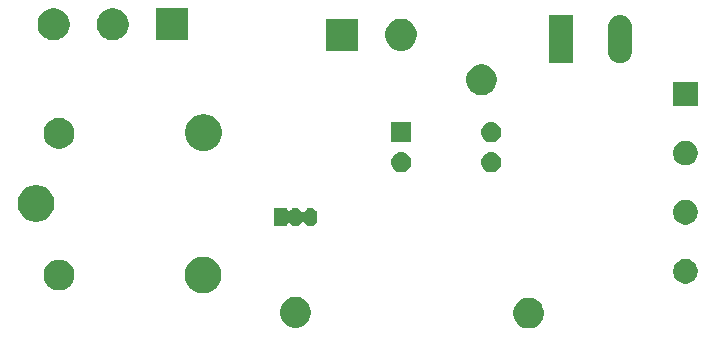
<source format=gbs>
G04 #@! TF.GenerationSoftware,KiCad,Pcbnew,(5.1.2)-1*
G04 #@! TF.CreationDate,2019-07-04T14:52:25+03:00*
G04 #@! TF.ProjectId,Elevator_FirePanel Board,456c6576-6174-46f7-925f-466972655061,rev?*
G04 #@! TF.SameCoordinates,Original*
G04 #@! TF.FileFunction,Soldermask,Bot*
G04 #@! TF.FilePolarity,Negative*
%FSLAX46Y46*%
G04 Gerber Fmt 4.6, Leading zero omitted, Abs format (unit mm)*
G04 Created by KiCad (PCBNEW (5.1.2)-1) date 2019-07-04 14:52:25*
%MOMM*%
%LPD*%
G04 APERTURE LIST*
%ADD10C,0.100000*%
G04 APERTURE END LIST*
D10*
G36*
X136142487Y-94252996D02*
G01*
X136379253Y-94351068D01*
X136379255Y-94351069D01*
X136592339Y-94493447D01*
X136773553Y-94674661D01*
X136873502Y-94824245D01*
X136915932Y-94887747D01*
X137014004Y-95124513D01*
X137064000Y-95375861D01*
X137064000Y-95632139D01*
X137014004Y-95883487D01*
X136942234Y-96056755D01*
X136915931Y-96120255D01*
X136773553Y-96333339D01*
X136592339Y-96514553D01*
X136379255Y-96656931D01*
X136379254Y-96656932D01*
X136379253Y-96656932D01*
X136142487Y-96755004D01*
X135891139Y-96805000D01*
X135634861Y-96805000D01*
X135383513Y-96755004D01*
X135146747Y-96656932D01*
X135146746Y-96656932D01*
X135146745Y-96656931D01*
X134933661Y-96514553D01*
X134752447Y-96333339D01*
X134610069Y-96120255D01*
X134583766Y-96056755D01*
X134511996Y-95883487D01*
X134462000Y-95632139D01*
X134462000Y-95375861D01*
X134511996Y-95124513D01*
X134610068Y-94887747D01*
X134652499Y-94824245D01*
X134752447Y-94674661D01*
X134933661Y-94493447D01*
X135146745Y-94351069D01*
X135146747Y-94351068D01*
X135383513Y-94252996D01*
X135634861Y-94203000D01*
X135891139Y-94203000D01*
X136142487Y-94252996D01*
X136142487Y-94252996D01*
G37*
G36*
X116393987Y-94189496D02*
G01*
X116547291Y-94252997D01*
X116630755Y-94287569D01*
X116843839Y-94429947D01*
X117025053Y-94611161D01*
X117167432Y-94824247D01*
X117265504Y-95061013D01*
X117315500Y-95312361D01*
X117315500Y-95568639D01*
X117265504Y-95819987D01*
X117167432Y-96056753D01*
X117167431Y-96056755D01*
X117025053Y-96269839D01*
X116843839Y-96451053D01*
X116630755Y-96593431D01*
X116630754Y-96593432D01*
X116630753Y-96593432D01*
X116393987Y-96691504D01*
X116142639Y-96741500D01*
X115886361Y-96741500D01*
X115635013Y-96691504D01*
X115398247Y-96593432D01*
X115398246Y-96593432D01*
X115398245Y-96593431D01*
X115185161Y-96451053D01*
X115003947Y-96269839D01*
X114861569Y-96056755D01*
X114861568Y-96056753D01*
X114763496Y-95819987D01*
X114713500Y-95568639D01*
X114713500Y-95312361D01*
X114763496Y-95061013D01*
X114861568Y-94824247D01*
X115003947Y-94611161D01*
X115185161Y-94429947D01*
X115398245Y-94287569D01*
X115481709Y-94252997D01*
X115635013Y-94189496D01*
X115886361Y-94139500D01*
X116142639Y-94139500D01*
X116393987Y-94189496D01*
X116393987Y-94189496D01*
G37*
G36*
X108496085Y-90761802D02*
G01*
X108645910Y-90791604D01*
X108928174Y-90908521D01*
X109182205Y-91078259D01*
X109398241Y-91294295D01*
X109567979Y-91548326D01*
X109684896Y-91830590D01*
X109744500Y-92130240D01*
X109744500Y-92435760D01*
X109684896Y-92735410D01*
X109567979Y-93017674D01*
X109398241Y-93271705D01*
X109182205Y-93487741D01*
X108928174Y-93657479D01*
X108645910Y-93774396D01*
X108496085Y-93804198D01*
X108346261Y-93834000D01*
X108040739Y-93834000D01*
X107890915Y-93804198D01*
X107741090Y-93774396D01*
X107458826Y-93657479D01*
X107204795Y-93487741D01*
X106988759Y-93271705D01*
X106819021Y-93017674D01*
X106702104Y-92735410D01*
X106642500Y-92435760D01*
X106642500Y-92130240D01*
X106702104Y-91830590D01*
X106819021Y-91548326D01*
X106988759Y-91294295D01*
X107204795Y-91078259D01*
X107458826Y-90908521D01*
X107741090Y-90791604D01*
X107890915Y-90761802D01*
X108040739Y-90732000D01*
X108346261Y-90732000D01*
X108496085Y-90761802D01*
X108496085Y-90761802D01*
G37*
G36*
X96372987Y-91031996D02*
G01*
X96609753Y-91130068D01*
X96609755Y-91130069D01*
X96822839Y-91272447D01*
X97004053Y-91453661D01*
X97138875Y-91655436D01*
X97146432Y-91666747D01*
X97244504Y-91903513D01*
X97294500Y-92154861D01*
X97294500Y-92411139D01*
X97244504Y-92662487D01*
X97146432Y-92899253D01*
X97146431Y-92899255D01*
X97004053Y-93112339D01*
X96822839Y-93293553D01*
X96609755Y-93435931D01*
X96609754Y-93435932D01*
X96609753Y-93435932D01*
X96372987Y-93534004D01*
X96121639Y-93584000D01*
X95865361Y-93584000D01*
X95614013Y-93534004D01*
X95377247Y-93435932D01*
X95377246Y-93435932D01*
X95377245Y-93435931D01*
X95164161Y-93293553D01*
X94982947Y-93112339D01*
X94840569Y-92899255D01*
X94840568Y-92899253D01*
X94742496Y-92662487D01*
X94692500Y-92411139D01*
X94692500Y-92154861D01*
X94742496Y-91903513D01*
X94840568Y-91666747D01*
X94848126Y-91655436D01*
X94982947Y-91453661D01*
X95164161Y-91272447D01*
X95377245Y-91130069D01*
X95377247Y-91130068D01*
X95614013Y-91031996D01*
X95865361Y-90982000D01*
X96121639Y-90982000D01*
X96372987Y-91031996D01*
X96372987Y-91031996D01*
G37*
G36*
X149341064Y-90951389D02*
G01*
X149532333Y-91030615D01*
X149532335Y-91030616D01*
X149603639Y-91078260D01*
X149704473Y-91145635D01*
X149850865Y-91292027D01*
X149965885Y-91464167D01*
X150045111Y-91655436D01*
X150085500Y-91858484D01*
X150085500Y-92065516D01*
X150045111Y-92268564D01*
X149975856Y-92435760D01*
X149965884Y-92459835D01*
X149850865Y-92631973D01*
X149704473Y-92778365D01*
X149532335Y-92893384D01*
X149532334Y-92893385D01*
X149532333Y-92893385D01*
X149341064Y-92972611D01*
X149138016Y-93013000D01*
X148930984Y-93013000D01*
X148727936Y-92972611D01*
X148536667Y-92893385D01*
X148536666Y-92893385D01*
X148536665Y-92893384D01*
X148364527Y-92778365D01*
X148218135Y-92631973D01*
X148103116Y-92459835D01*
X148093144Y-92435760D01*
X148023889Y-92268564D01*
X147983500Y-92065516D01*
X147983500Y-91858484D01*
X148023889Y-91655436D01*
X148103115Y-91464167D01*
X148218135Y-91292027D01*
X148364527Y-91145635D01*
X148465361Y-91078260D01*
X148536665Y-91030616D01*
X148536667Y-91030615D01*
X148727936Y-90951389D01*
X148930984Y-90911000D01*
X149138016Y-90911000D01*
X149341064Y-90951389D01*
X149341064Y-90951389D01*
G37*
G36*
X117397415Y-86583334D02*
G01*
X117505991Y-86616271D01*
X117505994Y-86616272D01*
X117542100Y-86635571D01*
X117606056Y-86669756D01*
X117693764Y-86741736D01*
X117765744Y-86829443D01*
X117799929Y-86893399D01*
X117819228Y-86929505D01*
X117819229Y-86929508D01*
X117852166Y-87038084D01*
X117860500Y-87122702D01*
X117860500Y-87629297D01*
X117852166Y-87713916D01*
X117819752Y-87820767D01*
X117819228Y-87822495D01*
X117809261Y-87841141D01*
X117765744Y-87922557D01*
X117693764Y-88010264D01*
X117606057Y-88082244D01*
X117542101Y-88116429D01*
X117505995Y-88135728D01*
X117505992Y-88135729D01*
X117397416Y-88168666D01*
X117284500Y-88179787D01*
X117171585Y-88168666D01*
X117063009Y-88135729D01*
X117063006Y-88135728D01*
X117026900Y-88116429D01*
X116962944Y-88082244D01*
X116875237Y-88010264D01*
X116803257Y-87922557D01*
X116759739Y-87841141D01*
X116746125Y-87820766D01*
X116728798Y-87803439D01*
X116708424Y-87789826D01*
X116685785Y-87780448D01*
X116661752Y-87775668D01*
X116637248Y-87775668D01*
X116613215Y-87780448D01*
X116590576Y-87789826D01*
X116570201Y-87803440D01*
X116552874Y-87820767D01*
X116539261Y-87841141D01*
X116495744Y-87922557D01*
X116423764Y-88010264D01*
X116336057Y-88082244D01*
X116272101Y-88116429D01*
X116235995Y-88135728D01*
X116235992Y-88135729D01*
X116127416Y-88168666D01*
X116014500Y-88179787D01*
X115901585Y-88168666D01*
X115793009Y-88135729D01*
X115793006Y-88135728D01*
X115756900Y-88116429D01*
X115692944Y-88082244D01*
X115605237Y-88010264D01*
X115542122Y-87933359D01*
X115524797Y-87916034D01*
X115504423Y-87902420D01*
X115481784Y-87893043D01*
X115457750Y-87888263D01*
X115433246Y-87888263D01*
X115409213Y-87893044D01*
X115386574Y-87902421D01*
X115366200Y-87916035D01*
X115348873Y-87933362D01*
X115335259Y-87953736D01*
X115325882Y-87976375D01*
X115320500Y-88012660D01*
X115320500Y-88177000D01*
X114168500Y-88177000D01*
X114168500Y-86575000D01*
X115320500Y-86575000D01*
X115320500Y-86739341D01*
X115322902Y-86763727D01*
X115330015Y-86787176D01*
X115341566Y-86808787D01*
X115357111Y-86827729D01*
X115376053Y-86843274D01*
X115397664Y-86854825D01*
X115421113Y-86861938D01*
X115445499Y-86864340D01*
X115469885Y-86861938D01*
X115493334Y-86854825D01*
X115514945Y-86843274D01*
X115533887Y-86827729D01*
X115542108Y-86818657D01*
X115605236Y-86741736D01*
X115692943Y-86669756D01*
X115756899Y-86635571D01*
X115793005Y-86616272D01*
X115793008Y-86616271D01*
X115901584Y-86583334D01*
X116014500Y-86572213D01*
X116127415Y-86583334D01*
X116235991Y-86616271D01*
X116235994Y-86616272D01*
X116272100Y-86635571D01*
X116336056Y-86669756D01*
X116423764Y-86741736D01*
X116495744Y-86829443D01*
X116539261Y-86910859D01*
X116552875Y-86931234D01*
X116570202Y-86948561D01*
X116590576Y-86962174D01*
X116613215Y-86971552D01*
X116637248Y-86976332D01*
X116661752Y-86976332D01*
X116685785Y-86971552D01*
X116708424Y-86962174D01*
X116728799Y-86948560D01*
X116746126Y-86931233D01*
X116759739Y-86910860D01*
X116803256Y-86829444D01*
X116875236Y-86741736D01*
X116962943Y-86669756D01*
X117026899Y-86635571D01*
X117063005Y-86616272D01*
X117063008Y-86616271D01*
X117171584Y-86583334D01*
X117284500Y-86572213D01*
X117397415Y-86583334D01*
X117397415Y-86583334D01*
G37*
G36*
X149341064Y-85951389D02*
G01*
X149532333Y-86030615D01*
X149532335Y-86030616D01*
X149704473Y-86145635D01*
X149850865Y-86292027D01*
X149965885Y-86464167D01*
X150045111Y-86655436D01*
X150085500Y-86858484D01*
X150085500Y-87065516D01*
X150045111Y-87268564D01*
X149975036Y-87437740D01*
X149965884Y-87459835D01*
X149850865Y-87631973D01*
X149704473Y-87778365D01*
X149532335Y-87893384D01*
X149532334Y-87893385D01*
X149532333Y-87893385D01*
X149341064Y-87972611D01*
X149138016Y-88013000D01*
X148930984Y-88013000D01*
X148727936Y-87972611D01*
X148536667Y-87893385D01*
X148536666Y-87893385D01*
X148536665Y-87893384D01*
X148364527Y-87778365D01*
X148218135Y-87631973D01*
X148103116Y-87459835D01*
X148093964Y-87437740D01*
X148023889Y-87268564D01*
X147983500Y-87065516D01*
X147983500Y-86858484D01*
X148023889Y-86655436D01*
X148103115Y-86464167D01*
X148218135Y-86292027D01*
X148364527Y-86145635D01*
X148536665Y-86030616D01*
X148536667Y-86030615D01*
X148727936Y-85951389D01*
X148930984Y-85911000D01*
X149138016Y-85911000D01*
X149341064Y-85951389D01*
X149341064Y-85951389D01*
G37*
G36*
X94346085Y-84711802D02*
G01*
X94495910Y-84741604D01*
X94778174Y-84858521D01*
X95032205Y-85028259D01*
X95248241Y-85244295D01*
X95417979Y-85498326D01*
X95534896Y-85780590D01*
X95594500Y-86080240D01*
X95594500Y-86385760D01*
X95534896Y-86685410D01*
X95417979Y-86967674D01*
X95248241Y-87221705D01*
X95032205Y-87437741D01*
X94778174Y-87607479D01*
X94495910Y-87724396D01*
X94346085Y-87754198D01*
X94196261Y-87784000D01*
X93890739Y-87784000D01*
X93740915Y-87754198D01*
X93591090Y-87724396D01*
X93308826Y-87607479D01*
X93054795Y-87437741D01*
X92838759Y-87221705D01*
X92669021Y-86967674D01*
X92552104Y-86685410D01*
X92492500Y-86385760D01*
X92492500Y-86080240D01*
X92552104Y-85780590D01*
X92669021Y-85498326D01*
X92838759Y-85244295D01*
X93054795Y-85028259D01*
X93308826Y-84858521D01*
X93591090Y-84741604D01*
X93740915Y-84711802D01*
X93890739Y-84682000D01*
X94196261Y-84682000D01*
X94346085Y-84711802D01*
X94346085Y-84711802D01*
G37*
G36*
X125134823Y-81901813D02*
G01*
X125295242Y-81950476D01*
X125427906Y-82021386D01*
X125443078Y-82029496D01*
X125572659Y-82135841D01*
X125679004Y-82265422D01*
X125679005Y-82265424D01*
X125758024Y-82413258D01*
X125806687Y-82573677D01*
X125823117Y-82740500D01*
X125806687Y-82907323D01*
X125758024Y-83067742D01*
X125687114Y-83200406D01*
X125679004Y-83215578D01*
X125572659Y-83345159D01*
X125443078Y-83451504D01*
X125443076Y-83451505D01*
X125295242Y-83530524D01*
X125134823Y-83579187D01*
X125009804Y-83591500D01*
X124926196Y-83591500D01*
X124801177Y-83579187D01*
X124640758Y-83530524D01*
X124492924Y-83451505D01*
X124492922Y-83451504D01*
X124363341Y-83345159D01*
X124256996Y-83215578D01*
X124248886Y-83200406D01*
X124177976Y-83067742D01*
X124129313Y-82907323D01*
X124112883Y-82740500D01*
X124129313Y-82573677D01*
X124177976Y-82413258D01*
X124256995Y-82265424D01*
X124256996Y-82265422D01*
X124363341Y-82135841D01*
X124492922Y-82029496D01*
X124508094Y-82021386D01*
X124640758Y-81950476D01*
X124801177Y-81901813D01*
X124926196Y-81889500D01*
X125009804Y-81889500D01*
X125134823Y-81901813D01*
X125134823Y-81901813D01*
G37*
G36*
X132754823Y-81901813D02*
G01*
X132915242Y-81950476D01*
X133047906Y-82021386D01*
X133063078Y-82029496D01*
X133192659Y-82135841D01*
X133299004Y-82265422D01*
X133299005Y-82265424D01*
X133378024Y-82413258D01*
X133426687Y-82573677D01*
X133443117Y-82740500D01*
X133426687Y-82907323D01*
X133378024Y-83067742D01*
X133307114Y-83200406D01*
X133299004Y-83215578D01*
X133192659Y-83345159D01*
X133063078Y-83451504D01*
X133063076Y-83451505D01*
X132915242Y-83530524D01*
X132754823Y-83579187D01*
X132629804Y-83591500D01*
X132546196Y-83591500D01*
X132421177Y-83579187D01*
X132260758Y-83530524D01*
X132112924Y-83451505D01*
X132112922Y-83451504D01*
X131983341Y-83345159D01*
X131876996Y-83215578D01*
X131868886Y-83200406D01*
X131797976Y-83067742D01*
X131749313Y-82907323D01*
X131732883Y-82740500D01*
X131749313Y-82573677D01*
X131797976Y-82413258D01*
X131876995Y-82265424D01*
X131876996Y-82265422D01*
X131983341Y-82135841D01*
X132112922Y-82029496D01*
X132128094Y-82021386D01*
X132260758Y-81950476D01*
X132421177Y-81901813D01*
X132546196Y-81889500D01*
X132629804Y-81889500D01*
X132754823Y-81901813D01*
X132754823Y-81901813D01*
G37*
G36*
X149341064Y-80951389D02*
G01*
X149532333Y-81030615D01*
X149532335Y-81030616D01*
X149704473Y-81145635D01*
X149850865Y-81292027D01*
X149947019Y-81435931D01*
X149965885Y-81464167D01*
X150045111Y-81655436D01*
X150085500Y-81858484D01*
X150085500Y-82065516D01*
X150045111Y-82268564D01*
X149965885Y-82459833D01*
X149965884Y-82459835D01*
X149850865Y-82631973D01*
X149704473Y-82778365D01*
X149532335Y-82893384D01*
X149532334Y-82893385D01*
X149532333Y-82893385D01*
X149341064Y-82972611D01*
X149138016Y-83013000D01*
X148930984Y-83013000D01*
X148727936Y-82972611D01*
X148536667Y-82893385D01*
X148536666Y-82893385D01*
X148536665Y-82893384D01*
X148364527Y-82778365D01*
X148218135Y-82631973D01*
X148103116Y-82459835D01*
X148103115Y-82459833D01*
X148023889Y-82268564D01*
X147983500Y-82065516D01*
X147983500Y-81858484D01*
X148023889Y-81655436D01*
X148103115Y-81464167D01*
X148121982Y-81435931D01*
X148218135Y-81292027D01*
X148364527Y-81145635D01*
X148536665Y-81030616D01*
X148536667Y-81030615D01*
X148727936Y-80951389D01*
X148930984Y-80911000D01*
X149138016Y-80911000D01*
X149341064Y-80951389D01*
X149341064Y-80951389D01*
G37*
G36*
X108546085Y-78711802D02*
G01*
X108695910Y-78741604D01*
X108978174Y-78858521D01*
X109232205Y-79028259D01*
X109448241Y-79244295D01*
X109617979Y-79498326D01*
X109734896Y-79780590D01*
X109794500Y-80080240D01*
X109794500Y-80385760D01*
X109734896Y-80685410D01*
X109617979Y-80967674D01*
X109448241Y-81221705D01*
X109232205Y-81437741D01*
X108978174Y-81607479D01*
X108695910Y-81724396D01*
X108546085Y-81754198D01*
X108396261Y-81784000D01*
X108090739Y-81784000D01*
X107940915Y-81754198D01*
X107791090Y-81724396D01*
X107508826Y-81607479D01*
X107254795Y-81437741D01*
X107038759Y-81221705D01*
X106869021Y-80967674D01*
X106752104Y-80685410D01*
X106692500Y-80385760D01*
X106692500Y-80080240D01*
X106752104Y-79780590D01*
X106869021Y-79498326D01*
X107038759Y-79244295D01*
X107254795Y-79028259D01*
X107508826Y-78858521D01*
X107791090Y-78741604D01*
X107940915Y-78711802D01*
X108090739Y-78682000D01*
X108396261Y-78682000D01*
X108546085Y-78711802D01*
X108546085Y-78711802D01*
G37*
G36*
X96372987Y-79031996D02*
G01*
X96609753Y-79130068D01*
X96609755Y-79130069D01*
X96822839Y-79272447D01*
X97004053Y-79453661D01*
X97099055Y-79595841D01*
X97146432Y-79666747D01*
X97244504Y-79903513D01*
X97294500Y-80154861D01*
X97294500Y-80411139D01*
X97244504Y-80662487D01*
X97185407Y-80805159D01*
X97146431Y-80899255D01*
X97004053Y-81112339D01*
X96822839Y-81293553D01*
X96609755Y-81435931D01*
X96609754Y-81435932D01*
X96609753Y-81435932D01*
X96372987Y-81534004D01*
X96121639Y-81584000D01*
X95865361Y-81584000D01*
X95614013Y-81534004D01*
X95377247Y-81435932D01*
X95377246Y-81435932D01*
X95377245Y-81435931D01*
X95164161Y-81293553D01*
X94982947Y-81112339D01*
X94840569Y-80899255D01*
X94801593Y-80805159D01*
X94742496Y-80662487D01*
X94692500Y-80411139D01*
X94692500Y-80154861D01*
X94742496Y-79903513D01*
X94840568Y-79666747D01*
X94887946Y-79595841D01*
X94982947Y-79453661D01*
X95164161Y-79272447D01*
X95377245Y-79130069D01*
X95377247Y-79130068D01*
X95614013Y-79031996D01*
X95865361Y-78982000D01*
X96121639Y-78982000D01*
X96372987Y-79031996D01*
X96372987Y-79031996D01*
G37*
G36*
X132754823Y-79361813D02*
G01*
X132915242Y-79410476D01*
X132996035Y-79453661D01*
X133063078Y-79489496D01*
X133192659Y-79595841D01*
X133299004Y-79725422D01*
X133299005Y-79725424D01*
X133378024Y-79873258D01*
X133426687Y-80033677D01*
X133443117Y-80200500D01*
X133426687Y-80367323D01*
X133378024Y-80527742D01*
X133307114Y-80660406D01*
X133299004Y-80675578D01*
X133192659Y-80805159D01*
X133063078Y-80911504D01*
X133063076Y-80911505D01*
X132915242Y-80990524D01*
X132754823Y-81039187D01*
X132629804Y-81051500D01*
X132546196Y-81051500D01*
X132421177Y-81039187D01*
X132260758Y-80990524D01*
X132112924Y-80911505D01*
X132112922Y-80911504D01*
X131983341Y-80805159D01*
X131876996Y-80675578D01*
X131868886Y-80660406D01*
X131797976Y-80527742D01*
X131749313Y-80367323D01*
X131732883Y-80200500D01*
X131749313Y-80033677D01*
X131797976Y-79873258D01*
X131876995Y-79725424D01*
X131876996Y-79725422D01*
X131983341Y-79595841D01*
X132112922Y-79489496D01*
X132179965Y-79453661D01*
X132260758Y-79410476D01*
X132421177Y-79361813D01*
X132546196Y-79349500D01*
X132629804Y-79349500D01*
X132754823Y-79361813D01*
X132754823Y-79361813D01*
G37*
G36*
X125819000Y-81051500D02*
G01*
X124117000Y-81051500D01*
X124117000Y-79349500D01*
X125819000Y-79349500D01*
X125819000Y-81051500D01*
X125819000Y-81051500D01*
G37*
G36*
X150085500Y-78013000D02*
G01*
X147983500Y-78013000D01*
X147983500Y-75911000D01*
X150085500Y-75911000D01*
X150085500Y-78013000D01*
X150085500Y-78013000D01*
G37*
G36*
X132141987Y-74504496D02*
G01*
X132378753Y-74602568D01*
X132378755Y-74602569D01*
X132591839Y-74744947D01*
X132773053Y-74926161D01*
X132915432Y-75139247D01*
X133013504Y-75376013D01*
X133063500Y-75627361D01*
X133063500Y-75883639D01*
X133013504Y-76134987D01*
X132915432Y-76371753D01*
X132915431Y-76371755D01*
X132773053Y-76584839D01*
X132591839Y-76766053D01*
X132378755Y-76908431D01*
X132378754Y-76908432D01*
X132378753Y-76908432D01*
X132141987Y-77006504D01*
X131890639Y-77056500D01*
X131634361Y-77056500D01*
X131383013Y-77006504D01*
X131146247Y-76908432D01*
X131146246Y-76908432D01*
X131146245Y-76908431D01*
X130933161Y-76766053D01*
X130751947Y-76584839D01*
X130609569Y-76371755D01*
X130609568Y-76371753D01*
X130511496Y-76134987D01*
X130461500Y-75883639D01*
X130461500Y-75627361D01*
X130511496Y-75376013D01*
X130609568Y-75139247D01*
X130751947Y-74926161D01*
X130933161Y-74744947D01*
X131146245Y-74602569D01*
X131146247Y-74602568D01*
X131383013Y-74504496D01*
X131634361Y-74454500D01*
X131890639Y-74454500D01*
X132141987Y-74504496D01*
X132141987Y-74504496D01*
G37*
G36*
X143697571Y-70310563D02*
G01*
X143893800Y-70370089D01*
X144074646Y-70466753D01*
X144115937Y-70500640D01*
X144233160Y-70596840D01*
X144363248Y-70755355D01*
X144438483Y-70896110D01*
X144459911Y-70936199D01*
X144519437Y-71132428D01*
X144534500Y-71285368D01*
X144534500Y-73367632D01*
X144519437Y-73520572D01*
X144459911Y-73716801D01*
X144459910Y-73716803D01*
X144363248Y-73897645D01*
X144233160Y-74056160D01*
X144074645Y-74186248D01*
X143893803Y-74282910D01*
X143893801Y-74282911D01*
X143697572Y-74342437D01*
X143493500Y-74362536D01*
X143289429Y-74342437D01*
X143093200Y-74282911D01*
X143093198Y-74282910D01*
X142912356Y-74186248D01*
X142753841Y-74056160D01*
X142623753Y-73897645D01*
X142527091Y-73716803D01*
X142527090Y-73716801D01*
X142467564Y-73520572D01*
X142452501Y-73367632D01*
X142452500Y-71285369D01*
X142467563Y-71132429D01*
X142527089Y-70936200D01*
X142548518Y-70896110D01*
X142623752Y-70755356D01*
X142623753Y-70755354D01*
X142657640Y-70714063D01*
X142753840Y-70596840D01*
X142912355Y-70466752D01*
X143093197Y-70370090D01*
X143093199Y-70370089D01*
X143289428Y-70310563D01*
X143493500Y-70290464D01*
X143697571Y-70310563D01*
X143697571Y-70310563D01*
G37*
G36*
X139534500Y-74357500D02*
G01*
X137452500Y-74357500D01*
X137452500Y-70295500D01*
X139534500Y-70295500D01*
X139534500Y-74357500D01*
X139534500Y-74357500D01*
G37*
G36*
X121302500Y-73296500D02*
G01*
X118600500Y-73296500D01*
X118600500Y-70594500D01*
X121302500Y-70594500D01*
X121302500Y-73296500D01*
X121302500Y-73296500D01*
G37*
G36*
X125345572Y-70646418D02*
G01*
X125591439Y-70748259D01*
X125602060Y-70755356D01*
X125812711Y-70896109D01*
X126000891Y-71084289D01*
X126071232Y-71189562D01*
X126135248Y-71285367D01*
X126148742Y-71305563D01*
X126250582Y-71551428D01*
X126279427Y-71696439D01*
X126302500Y-71812438D01*
X126302500Y-72078562D01*
X126250582Y-72339572D01*
X126148741Y-72585439D01*
X126000890Y-72806712D01*
X125812712Y-72994890D01*
X125591439Y-73142741D01*
X125591438Y-73142742D01*
X125591437Y-73142742D01*
X125345572Y-73244582D01*
X125084563Y-73296500D01*
X124818437Y-73296500D01*
X124557428Y-73244582D01*
X124311563Y-73142742D01*
X124311562Y-73142742D01*
X124311561Y-73142741D01*
X124090288Y-72994890D01*
X123902110Y-72806712D01*
X123754259Y-72585439D01*
X123652418Y-72339572D01*
X123600500Y-72078562D01*
X123600500Y-71812438D01*
X123623574Y-71696439D01*
X123652418Y-71551428D01*
X123754258Y-71305563D01*
X123767753Y-71285367D01*
X123831768Y-71189562D01*
X123902109Y-71084289D01*
X124090289Y-70896109D01*
X124300940Y-70755356D01*
X124311561Y-70748259D01*
X124557428Y-70646418D01*
X124818437Y-70594500D01*
X125084563Y-70594500D01*
X125345572Y-70646418D01*
X125345572Y-70646418D01*
G37*
G36*
X106888000Y-72407500D02*
G01*
X104186000Y-72407500D01*
X104186000Y-69705500D01*
X106888000Y-69705500D01*
X106888000Y-72407500D01*
X106888000Y-72407500D01*
G37*
G36*
X100931072Y-69757418D02*
G01*
X101176939Y-69859259D01*
X101288328Y-69933687D01*
X101398211Y-70007109D01*
X101586391Y-70195289D01*
X101734242Y-70416563D01*
X101836082Y-70662428D01*
X101888000Y-70923437D01*
X101888000Y-71189563D01*
X101864926Y-71305563D01*
X101836082Y-71450572D01*
X101734241Y-71696439D01*
X101586390Y-71917712D01*
X101398212Y-72105890D01*
X101176939Y-72253741D01*
X101176938Y-72253742D01*
X101176937Y-72253742D01*
X100931072Y-72355582D01*
X100670063Y-72407500D01*
X100403937Y-72407500D01*
X100142928Y-72355582D01*
X99897063Y-72253742D01*
X99897062Y-72253742D01*
X99897061Y-72253741D01*
X99675788Y-72105890D01*
X99487610Y-71917712D01*
X99339759Y-71696439D01*
X99237918Y-71450572D01*
X99209074Y-71305563D01*
X99186000Y-71189563D01*
X99186000Y-70923437D01*
X99237918Y-70662428D01*
X99339758Y-70416563D01*
X99487609Y-70195289D01*
X99675789Y-70007109D01*
X99785672Y-69933687D01*
X99897061Y-69859259D01*
X100142928Y-69757418D01*
X100403937Y-69705500D01*
X100670063Y-69705500D01*
X100931072Y-69757418D01*
X100931072Y-69757418D01*
G37*
G36*
X95931072Y-69757418D02*
G01*
X96176939Y-69859259D01*
X96288328Y-69933687D01*
X96398211Y-70007109D01*
X96586391Y-70195289D01*
X96734242Y-70416563D01*
X96836082Y-70662428D01*
X96888000Y-70923437D01*
X96888000Y-71189563D01*
X96864926Y-71305563D01*
X96836082Y-71450572D01*
X96734241Y-71696439D01*
X96586390Y-71917712D01*
X96398212Y-72105890D01*
X96176939Y-72253741D01*
X96176938Y-72253742D01*
X96176937Y-72253742D01*
X95931072Y-72355582D01*
X95670063Y-72407500D01*
X95403937Y-72407500D01*
X95142928Y-72355582D01*
X94897063Y-72253742D01*
X94897062Y-72253742D01*
X94897061Y-72253741D01*
X94675788Y-72105890D01*
X94487610Y-71917712D01*
X94339759Y-71696439D01*
X94237918Y-71450572D01*
X94209074Y-71305563D01*
X94186000Y-71189563D01*
X94186000Y-70923437D01*
X94237918Y-70662428D01*
X94339758Y-70416563D01*
X94487609Y-70195289D01*
X94675789Y-70007109D01*
X94785672Y-69933687D01*
X94897061Y-69859259D01*
X95142928Y-69757418D01*
X95403937Y-69705500D01*
X95670063Y-69705500D01*
X95931072Y-69757418D01*
X95931072Y-69757418D01*
G37*
M02*

</source>
